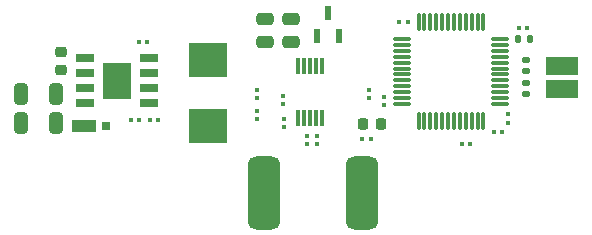
<source format=gbr>
%TF.GenerationSoftware,KiCad,Pcbnew,7.0.7*%
%TF.CreationDate,2023-09-11T02:53:06+05:30*%
%TF.ProjectId,DR1-Powie,4452312d-506f-4776-9965-2e6b69636164,rev?*%
%TF.SameCoordinates,Original*%
%TF.FileFunction,Paste,Top*%
%TF.FilePolarity,Positive*%
%FSLAX46Y46*%
G04 Gerber Fmt 4.6, Leading zero omitted, Abs format (unit mm)*
G04 Created by KiCad (PCBNEW 7.0.7) date 2023-09-11 02:53:06*
%MOMM*%
%LPD*%
G01*
G04 APERTURE LIST*
G04 Aperture macros list*
%AMRoundRect*
0 Rectangle with rounded corners*
0 $1 Rounding radius*
0 $2 $3 $4 $5 $6 $7 $8 $9 X,Y pos of 4 corners*
0 Add a 4 corners polygon primitive as box body*
4,1,4,$2,$3,$4,$5,$6,$7,$8,$9,$2,$3,0*
0 Add four circle primitives for the rounded corners*
1,1,$1+$1,$2,$3*
1,1,$1+$1,$4,$5*
1,1,$1+$1,$6,$7*
1,1,$1+$1,$8,$9*
0 Add four rect primitives between the rounded corners*
20,1,$1+$1,$2,$3,$4,$5,0*
20,1,$1+$1,$4,$5,$6,$7,0*
20,1,$1+$1,$6,$7,$8,$9,0*
20,1,$1+$1,$8,$9,$2,$3,0*%
G04 Aperture macros list end*
%ADD10R,2.000000X1.100000*%
%ADD11R,0.800000X0.800000*%
%ADD12RoundRect,0.140000X0.170000X-0.140000X0.170000X0.140000X-0.170000X0.140000X-0.170000X-0.140000X0*%
%ADD13RoundRect,0.250000X0.325000X0.650000X-0.325000X0.650000X-0.325000X-0.650000X0.325000X-0.650000X0*%
%ADD14RoundRect,0.079500X0.100500X-0.079500X0.100500X0.079500X-0.100500X0.079500X-0.100500X-0.079500X0*%
%ADD15RoundRect,0.079500X-0.079500X-0.100500X0.079500X-0.100500X0.079500X0.100500X-0.079500X0.100500X0*%
%ADD16R,1.525000X0.650000*%
%ADD17R,2.400000X3.100000*%
%ADD18RoundRect,0.079500X-0.100500X0.079500X-0.100500X-0.079500X0.100500X-0.079500X0.100500X0.079500X0*%
%ADD19RoundRect,0.250000X-0.475000X0.250000X-0.475000X-0.250000X0.475000X-0.250000X0.475000X0.250000X0*%
%ADD20RoundRect,0.140000X-0.170000X0.140000X-0.170000X-0.140000X0.170000X-0.140000X0.170000X0.140000X0*%
%ADD21RoundRect,0.079500X0.079500X0.100500X-0.079500X0.100500X-0.079500X-0.100500X0.079500X-0.100500X0*%
%ADD22RoundRect,0.140000X-0.140000X-0.170000X0.140000X-0.170000X0.140000X0.170000X-0.140000X0.170000X0*%
%ADD23RoundRect,0.225000X0.250000X-0.225000X0.250000X0.225000X-0.250000X0.225000X-0.250000X-0.225000X0*%
%ADD24RoundRect,0.218750X0.218750X0.256250X-0.218750X0.256250X-0.218750X-0.256250X0.218750X-0.256250X0*%
%ADD25R,3.200000X2.900000*%
%ADD26R,2.700000X1.500000*%
%ADD27R,0.300000X1.400000*%
%ADD28R,0.600000X1.250000*%
%ADD29RoundRect,0.675000X0.675000X2.425000X-0.675000X2.425000X-0.675000X-2.425000X0.675000X-2.425000X0*%
%ADD30RoundRect,0.075000X0.662500X0.075000X-0.662500X0.075000X-0.662500X-0.075000X0.662500X-0.075000X0*%
%ADD31RoundRect,0.075000X0.075000X0.662500X-0.075000X0.662500X-0.075000X-0.662500X0.075000X-0.662500X0*%
G04 APERTURE END LIST*
D10*
%TO.C,D6*%
X95460000Y-49600000D03*
D11*
X97360000Y-49600000D03*
%TD*%
D12*
%TO.C,C2*%
X132940000Y-44920000D03*
X132940000Y-43960000D03*
%TD*%
D13*
%TO.C,C18*%
X93095000Y-46880000D03*
X90145000Y-46880000D03*
%TD*%
D14*
%TO.C,C10*%
X119600000Y-47245000D03*
X119600000Y-46555000D03*
%TD*%
D15*
%TO.C,R14*%
X99465000Y-49090000D03*
X100155000Y-49090000D03*
%TD*%
D16*
%TO.C,IC3*%
X95540000Y-43860000D03*
X95540000Y-45130000D03*
X95540000Y-46400000D03*
X95540000Y-47670000D03*
X100964000Y-47670000D03*
X100964000Y-46400000D03*
X100964000Y-45130000D03*
X100964000Y-43860000D03*
D17*
X98252000Y-45765000D03*
%TD*%
D18*
%TO.C,R19*%
X115200000Y-50400000D03*
X115200000Y-51090000D03*
%TD*%
%TO.C,R18*%
X114400000Y-50400000D03*
X114400000Y-51090000D03*
%TD*%
D15*
%TO.C,R11*%
X119065000Y-50660000D03*
X119755000Y-50660000D03*
%TD*%
D19*
%TO.C,C23*%
X113000000Y-40550000D03*
X113000000Y-42450000D03*
%TD*%
D15*
%TO.C,C6*%
X130175000Y-50080000D03*
X130865000Y-50080000D03*
%TD*%
D20*
%TO.C,C1*%
X132930000Y-45950000D03*
X132930000Y-46910000D03*
%TD*%
D14*
%TO.C,C12*%
X112400000Y-49645000D03*
X112400000Y-48955000D03*
%TD*%
D21*
%TO.C,C3*%
X122885000Y-40750000D03*
X122195000Y-40750000D03*
%TD*%
D18*
%TO.C,R17*%
X110130000Y-48305000D03*
X110130000Y-48995000D03*
%TD*%
D22*
%TO.C,C7*%
X132270000Y-42190000D03*
X133230000Y-42190000D03*
%TD*%
D23*
%TO.C,C20*%
X93550000Y-44865000D03*
X93550000Y-43315000D03*
%TD*%
D21*
%TO.C,R15*%
X101765000Y-49080000D03*
X101075000Y-49080000D03*
%TD*%
D19*
%TO.C,C22*%
X110800000Y-40550000D03*
X110800000Y-42450000D03*
%TD*%
D24*
%TO.C,D5*%
X120657500Y-49380000D03*
X119082500Y-49380000D03*
%TD*%
D25*
%TO.C,L2*%
X105990000Y-43960000D03*
X105990000Y-49560000D03*
%TD*%
D18*
%TO.C,R1*%
X112300000Y-47055000D03*
X112300000Y-47745000D03*
%TD*%
D26*
%TO.C,Y1*%
X135960000Y-46440000D03*
X135960000Y-44540000D03*
%TD*%
D15*
%TO.C,C8*%
X132305000Y-41280000D03*
X132995000Y-41280000D03*
%TD*%
%TO.C,C21*%
X100170000Y-42480000D03*
X100860000Y-42480000D03*
%TD*%
D27*
%TO.C,IC1*%
X115600000Y-44500000D03*
X115100000Y-44500000D03*
X114600000Y-44500000D03*
X114100000Y-44500000D03*
X113600000Y-44500000D03*
X113600000Y-48900000D03*
X114100000Y-48900000D03*
X114600000Y-48900000D03*
X115100000Y-48900000D03*
X115600000Y-48900000D03*
%TD*%
D18*
%TO.C,R16*%
X110120000Y-46565000D03*
X110120000Y-47255000D03*
%TD*%
D14*
%TO.C,C4*%
X120880000Y-47805000D03*
X120880000Y-47115000D03*
%TD*%
D28*
%TO.C,D7*%
X115200000Y-42000000D03*
X117100000Y-42000000D03*
X116150000Y-40000000D03*
%TD*%
D29*
%TO.C,R12*%
X118995000Y-55240000D03*
X110695000Y-55240000D03*
%TD*%
D30*
%TO.C,U1*%
X130722500Y-47720000D03*
X130722500Y-47220000D03*
X130722500Y-46720000D03*
X130722500Y-46220000D03*
X130722500Y-45720000D03*
X130722500Y-45220000D03*
X130722500Y-44720000D03*
X130722500Y-44220000D03*
X130722500Y-43720000D03*
X130722500Y-43220000D03*
X130722500Y-42720000D03*
X130722500Y-42220000D03*
D31*
X129310000Y-40807500D03*
X128810000Y-40807500D03*
X128310000Y-40807500D03*
X127810000Y-40807500D03*
X127310000Y-40807500D03*
X126810000Y-40807500D03*
X126310000Y-40807500D03*
X125810000Y-40807500D03*
X125310000Y-40807500D03*
X124810000Y-40807500D03*
X124310000Y-40807500D03*
X123810000Y-40807500D03*
D30*
X122397500Y-42220000D03*
X122397500Y-42720000D03*
X122397500Y-43220000D03*
X122397500Y-43720000D03*
X122397500Y-44220000D03*
X122397500Y-44720000D03*
X122397500Y-45220000D03*
X122397500Y-45720000D03*
X122397500Y-46220000D03*
X122397500Y-46720000D03*
X122397500Y-47220000D03*
X122397500Y-47720000D03*
D31*
X123810000Y-49132500D03*
X124310000Y-49132500D03*
X124810000Y-49132500D03*
X125310000Y-49132500D03*
X125810000Y-49132500D03*
X126310000Y-49132500D03*
X126810000Y-49132500D03*
X127310000Y-49132500D03*
X127810000Y-49132500D03*
X128310000Y-49132500D03*
X128810000Y-49132500D03*
X129310000Y-49132500D03*
%TD*%
D15*
%TO.C,R4*%
X127505000Y-51070000D03*
X128195000Y-51070000D03*
%TD*%
D18*
%TO.C,C5*%
X131350000Y-48605000D03*
X131350000Y-49295000D03*
%TD*%
D13*
%TO.C,C17*%
X93095000Y-49340000D03*
X90145000Y-49340000D03*
%TD*%
M02*

</source>
